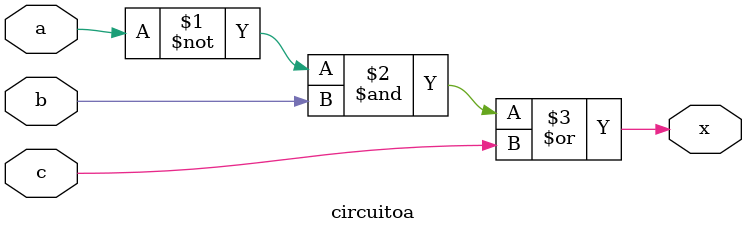
<source format=sv>
module circuitoa(
    //definindo as entradas
    input logic a, 
    input logic b, 
    input logic c, 
    //definindo a saída 
    output logic x 
);
    //definindo a saída x 
    assign x = (~a & b) | c;

endmodule
</source>
